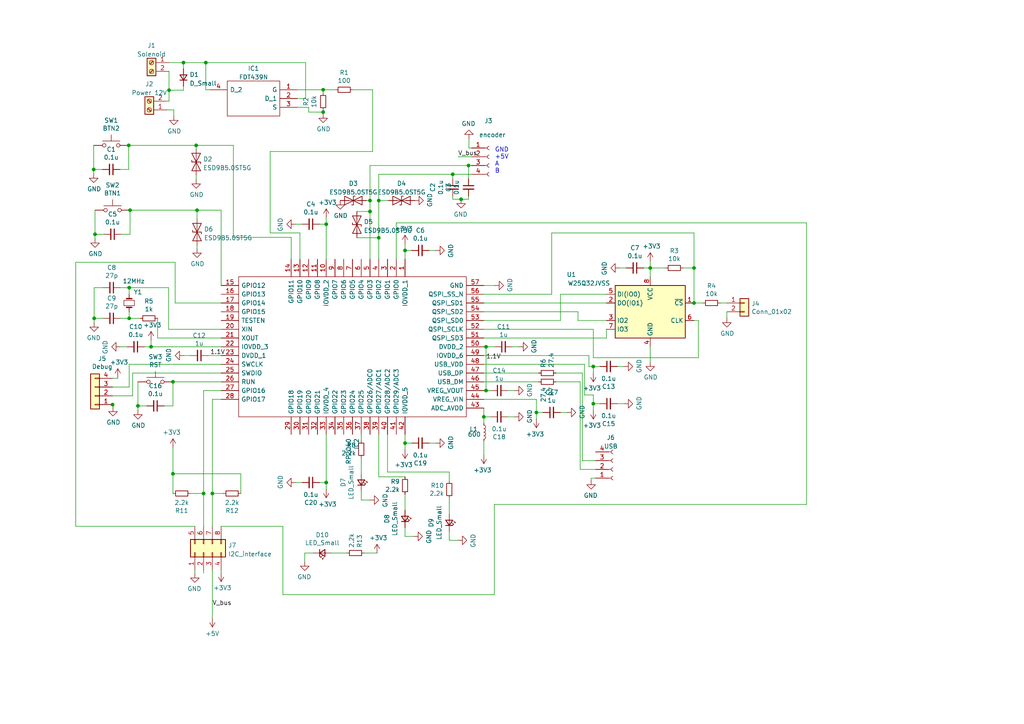
<source format=kicad_sch>
(kicad_sch (version 20211123) (generator eeschema)
  (paper "A4")
  (lib_symbols
    (symbol "Connector:Conn_01x04_Female" (pin_names (offset 1.016) hide)
      (property "Reference" "J" (at 0 5.08 0))
      (property "Value" "Conn_01x04_Female" (at 0 -7.62 0))
      (symbol "Conn_01x04_Female_1_1"
        (pin passive line (at -5.08 2.54 0) (length 3.81) (name "Pin_1") (number "1"))
        (pin passive line (at -5.08 0 0) (length 3.81) (name "Pin_2") (number "2"))
        (pin passive line (at -5.08 -2.54 0) (length 3.81) (name "Pin_3") (number "3"))
        (pin passive line (at -5.08 -5.08 0) (length 3.81) (name "Pin_4") (number "4"))
      )
    )
    (symbol "Connector:Screw_Terminal_01x02" (pin_names (offset 1.016) hide)
      (property "Reference" "J" (at 0 2.54 0))
      (property "Value" "Screw_Terminal_01x02" (at 0 -5.08 0))
      (symbol "Screw_Terminal_01x02_1_1"
        (pin passive line (at -5.08 0 0) (length 3.81) (name "Pin_1") (number "1"))
        (pin passive line (at -5.08 -2.54 0) (length 3.81) (name "Pin_2") (number "2"))
      )
    )
    (symbol "Connector_Generic:Conn_01x02" (pin_names (offset 1.016) hide)
      (property "Reference" "J" (at 0 2.54 0))
      (property "Value" "Conn_01x02" (at 0 -5.08 0))
      (symbol "Conn_01x02_1_1"
        (pin passive line (at -5.08 0 0) (length 3.81) (name "Pin_1") (number "1"))
        (pin passive line (at -5.08 -2.54 0) (length 3.81) (name "Pin_2") (number "2"))
      )
    )
    (symbol "Connector_Generic:Conn_01x04" (pin_names (offset 1.016) hide)
      (property "Reference" "J" (at 0 5.08 0))
      (property "Value" "Conn_01x04" (at 0 -7.62 0))
      (symbol "Conn_01x04_1_1"
        (pin passive line (at -5.08 2.54 0) (length 3.81) (name "Pin_1") (number "1"))
        (pin passive line (at -5.08 0 0) (length 3.81) (name "Pin_2") (number "2"))
        (pin passive line (at -5.08 -2.54 0) (length 3.81) (name "Pin_3") (number "3"))
        (pin passive line (at -5.08 -5.08 0) (length 3.81) (name "Pin_4") (number "4"))
      )
    )
    (symbol "Connector_Generic:Conn_02x04_Top_Bottom" (pin_names (offset 1.016) hide)
      (property "Reference" "J" (at 1.27 5.08 0))
      (property "Value" "Conn_02x04_Top_Bottom" (at 1.27 -7.62 0))
      (symbol "Conn_02x04_Top_Bottom_1_1"
        (pin passive line (at -5.08 2.54 0) (length 3.81) (name "Pin_1") (number "1"))
        (pin passive line (at -5.08 0 0) (length 3.81) (name "Pin_2") (number "2"))
        (pin passive line (at -5.08 -2.54 0) (length 3.81) (name "Pin_3") (number "3"))
        (pin passive line (at -5.08 -5.08 0) (length 3.81) (name "Pin_4") (number "4"))
        (pin passive line (at 7.62 2.54 180) (length 3.81) (name "Pin_5") (number "5"))
        (pin passive line (at 7.62 0 180) (length 3.81) (name "Pin_6") (number "6"))
        (pin passive line (at 7.62 -2.54 180) (length 3.81) (name "Pin_7") (number "7"))
        (pin passive line (at 7.62 -5.08 180) (length 3.81) (name "Pin_8") (number "8"))
      )
    )
    (symbol "Device:C_Small" (pin_numbers hide) (pin_names (offset 0.254) hide)
      (property "Reference" "C" (at 0.254 1.778 0))
      (property "Value" "C_Small" (at 0.254 -2.032 0))
      (symbol "C_Small_1_1"
        (pin passive line (at 0 2.54 270) (length 2.032) (name "~") (number "1"))
        (pin passive line (at 0 -2.54 90) (length 2.032) (name "~") (number "2"))
      )
    )
    (symbol "Device:Crystal_Small" (pin_numbers hide) (pin_names (offset 1.016) hide)
      (property "Reference" "Y" (at 0 2.54 0))
      (property "Value" "Crystal_Small" (at 0 -2.54 0))
      (symbol "Crystal_Small_1_1"
        (pin passive line (at -2.54 0 0) (length 1.27) (name "1") (number "1"))
        (pin passive line (at 2.54 0 180) (length 1.27) (name "2") (number "2"))
      )
    )
    (symbol "Device:D_Small" (pin_numbers hide) (pin_names (offset 0.254) hide)
      (property "Reference" "D" (at -1.27 2.032 0))
      (property "Value" "D_Small" (at -3.81 -2.032 0))
      (symbol "D_Small_1_1"
        (pin passive line (at -2.54 0 0) (length 1.778) (name "K") (number "1"))
        (pin passive line (at 2.54 0 180) (length 1.778) (name "A") (number "2"))
      )
    )
    (symbol "Device:LED_Small" (pin_numbers hide) (pin_names (offset 0.254) hide)
      (property "Reference" "D" (at -1.27 3.175 0))
      (property "Value" "LED_Small" (at -4.445 -2.54 0))
      (symbol "LED_Small_1_1"
        (pin passive line (at -2.54 0 0) (length 1.778) (name "K") (number "1"))
        (pin passive line (at 2.54 0 180) (length 1.778) (name "A") (number "2"))
      )
    )
    (symbol "Device:L_Small" (pin_numbers hide) (pin_names (offset 0.254) hide)
      (property "Reference" "L" (at 0.762 1.016 0))
      (property "Value" "L_Small" (at 0.762 -1.016 0))
      (symbol "L_Small_1_1"
        (pin passive line (at 0 2.54 270) (length 0.508) (name "~") (number "1"))
        (pin passive line (at 0 -2.54 90) (length 0.508) (name "~") (number "2"))
      )
    )
    (symbol "Device:R_Small" (pin_numbers hide) (pin_names (offset 0.254) hide)
      (property "Reference" "R" (at 0.762 0.508 0))
      (property "Value" "R_Small" (at 0.762 -1.016 0))
      (symbol "R_Small_1_1"
        (pin passive line (at 0 2.54 270) (length 0.762) (name "~") (number "1"))
        (pin passive line (at 0 -2.54 90) (length 0.762) (name "~") (number "2"))
      )
    )
    (symbol "Diode:ESD9B5.0ST5G" (pin_numbers hide) (pin_names (offset 1.016) hide)
      (property "Reference" "D" (at 0 2.54 0))
      (property "Value" "ESD9B5.0ST5G" (at 0 -2.54 0))
      (symbol "ESD9B5.0ST5G_1_1"
        (pin passive line (at -3.81 0 0) (length 2.54) (name "A1") (number "1"))
        (pin passive line (at 3.81 0 180) (length 2.54) (name "A2") (number "2"))
      )
    )
    (symbol "FDT439N:FDT439N" (pin_names (offset 0.762))
      (property "Reference" "IC" (at 21.59 7.62 0))
      (property "Value" "FDT439N" (at 21.59 5.08 0))
      (symbol "FDT439N_0_0"
        (pin passive line (at 0 0 0) (length 5.08) (name "G") (number "1"))
        (pin passive line (at 0 -2.54 0) (length 5.08) (name "D_1") (number "2"))
        (pin passive line (at 0 -5.08 0) (length 5.08) (name "S") (number "3"))
        (pin passive line (at 25.4 0 180) (length 5.08) (name "D_2") (number "4"))
      )
    )
    (symbol "Memory_Flash:W25Q32JVSS"
      (property "Reference" "U" (at -8.89 8.89 0))
      (property "Value" "W25Q32JVSS" (at 7.62 8.89 0))
      (symbol "W25Q32JVSS_1_1"
        (pin input line (at -12.7 2.54 0) (length 2.54) (name "~{CS}") (number "1"))
        (pin bidirectional line (at 12.7 2.54 180) (length 2.54) (name "DO(IO1)") (number "2"))
        (pin bidirectional line (at 12.7 -2.54 180) (length 2.54) (name "IO2") (number "3"))
        (pin power_in line (at 0 -10.16 90) (length 2.54) (name "GND") (number "4"))
        (pin bidirectional line (at 12.7 5.08 180) (length 2.54) (name "DI(IO0)") (number "5"))
        (pin input line (at -12.7 -2.54 0) (length 2.54) (name "CLK") (number "6"))
        (pin bidirectional line (at 12.7 -5.08 180) (length 2.54) (name "IO3") (number "7"))
        (pin power_in line (at 0 10.16 270) (length 2.54) (name "VCC") (number "8"))
      )
    )
    (symbol "Switch:SW_Push" (pin_numbers hide) (pin_names (offset 1.016) hide)
      (property "Reference" "SW" (at 1.27 2.54 0))
      (property "Value" "SW_Push" (at 0 -1.524 0))
      (symbol "SW_Push_0_1"
        (pin passive line (at -5.08 0 0) (length 2.54) (name "1") (number "1"))
        (pin passive line (at 5.08 0 180) (length 2.54) (name "2") (number "2"))
      )
    )
    (symbol "VNA-rescue:+3.3V-power" (power) (pin_names (offset 0))
      (property "Value" "+3.3V-power" (at 0 3.556 0))
      (symbol "+3.3V-power_1_1"
        (pin power_in line (at 0 0 90) (length 0) hide (name "+3V3") (number "1"))
      )
    )
    (symbol "VNA-rescue:RP2040-RP2040" (pin_names (offset 0.762))
      (property "Reference" "IC" (at 46.99 22.86 0))
      (property "Value" "RP2040-RP2040" (at 46.99 20.32 0))
      (symbol "RP2040-RP2040_0_0"
        (pin passive line (at 0 0 0) (length 5.08) (name "IOVDD_1") (number "1"))
        (pin passive line (at 0 -22.86 0) (length 5.08) (name "IOVDD_2") (number "10"))
        (pin passive line (at 0 -25.4 0) (length 5.08) (name "GPIO8") (number "11"))
        (pin passive line (at 0 -27.94 0) (length 5.08) (name "GPIO9") (number "12"))
        (pin passive line (at 0 -30.48 0) (length 5.08) (name "GPIO10") (number "13"))
        (pin passive line (at 0 -33.02 0) (length 5.08) (name "GPIO11") (number "14"))
        (pin passive line (at 7.62 -53.34 90) (length 5.08) (name "GPIO12") (number "15"))
        (pin passive line (at 10.16 -53.34 90) (length 5.08) (name "GPIO13") (number "16"))
        (pin passive line (at 12.7 -53.34 90) (length 5.08) (name "GPIO14") (number "17"))
        (pin passive line (at 15.24 -53.34 90) (length 5.08) (name "GPIO15") (number "18"))
        (pin passive line (at 17.78 -53.34 90) (length 5.08) (name "TESTEN") (number "19"))
        (pin passive line (at 0 -2.54 0) (length 5.08) (name "GPIO0") (number "2"))
        (pin passive line (at 20.32 -53.34 90) (length 5.08) (name "XIN") (number "20"))
        (pin passive line (at 22.86 -53.34 90) (length 5.08) (name "XOUT") (number "21"))
        (pin passive line (at 25.4 -53.34 90) (length 5.08) (name "IOVDD_3") (number "22"))
        (pin passive line (at 27.94 -53.34 90) (length 5.08) (name "DVDD_1") (number "23"))
        (pin passive line (at 30.48 -53.34 90) (length 5.08) (name "SWCLK") (number "24"))
        (pin passive line (at 33.02 -53.34 90) (length 5.08) (name "SWDIO") (number "25"))
        (pin passive line (at 35.56 -53.34 90) (length 5.08) (name "RUN") (number "26"))
        (pin passive line (at 38.1 -53.34 90) (length 5.08) (name "GPIO16") (number "27"))
        (pin passive line (at 40.64 -53.34 90) (length 5.08) (name "GPIO17") (number "28"))
        (pin passive line (at 50.8 -33.02 180) (length 5.08) (name "GPIO18") (number "29"))
        (pin passive line (at 0 -5.08 0) (length 5.08) (name "GPIO1") (number "3"))
        (pin passive line (at 50.8 -30.48 180) (length 5.08) (name "GPIO19") (number "30"))
        (pin passive line (at 50.8 -27.94 180) (length 5.08) (name "GPIO20") (number "31"))
        (pin passive line (at 50.8 -25.4 180) (length 5.08) (name "GPIO21") (number "32"))
        (pin passive line (at 50.8 -22.86 180) (length 5.08) (name "IOVDD_4") (number "33"))
        (pin passive line (at 50.8 -20.32 180) (length 5.08) (name "GPIO22") (number "34"))
        (pin passive line (at 50.8 -17.78 180) (length 5.08) (name "GPIO23") (number "35"))
        (pin passive line (at 50.8 -15.24 180) (length 5.08) (name "GPIO24") (number "36"))
        (pin passive line (at 50.8 -12.7 180) (length 5.08) (name "GPIO25") (number "37"))
        (pin passive line (at 50.8 -10.16 180) (length 5.08) (name "GPIO26/ADC0") (number "38"))
        (pin passive line (at 50.8 -7.62 180) (length 5.08) (name "GPIO27/ADC1") (number "39"))
        (pin passive line (at 0 -7.62 0) (length 5.08) (name "GPIO2") (number "4"))
        (pin passive line (at 50.8 -5.08 180) (length 5.08) (name "GPIO28/ADC2") (number "40"))
        (pin passive line (at 50.8 -2.54 180) (length 5.08) (name "GPIO29/ADC3") (number "41"))
        (pin passive line (at 50.8 0 180) (length 5.08) (name "IOVDD_5") (number "42"))
        (pin passive line (at 43.18 22.86 270) (length 5.08) (name "ADC_AVDD") (number "43"))
        (pin passive line (at 40.64 22.86 270) (length 5.08) (name "VREG_VIN") (number "44"))
        (pin passive line (at 38.1 22.86 270) (length 5.08) (name "VREG_VOUT") (number "45"))
        (pin passive line (at 35.56 22.86 270) (length 5.08) (name "USB_DM") (number "46"))
        (pin passive line (at 33.02 22.86 270) (length 5.08) (name "USB_DP") (number "47"))
        (pin passive line (at 30.48 22.86 270) (length 5.08) (name "USB_VDD") (number "48"))
        (pin passive line (at 27.94 22.86 270) (length 5.08) (name "IOVDD_6") (number "49"))
        (pin passive line (at 0 -10.16 0) (length 5.08) (name "GPIO3") (number "5"))
        (pin passive line (at 25.4 22.86 270) (length 5.08) (name "DVDD_2") (number "50"))
        (pin passive line (at 22.86 22.86 270) (length 5.08) (name "QSPI_SD3") (number "51"))
        (pin passive line (at 20.32 22.86 270) (length 5.08) (name "QSPI_SCLK") (number "52"))
        (pin passive line (at 17.78 22.86 270) (length 5.08) (name "QSPI_SD0") (number "53"))
        (pin passive line (at 15.24 22.86 270) (length 5.08) (name "QSPI_SD2") (number "54"))
        (pin passive line (at 12.7 22.86 270) (length 5.08) (name "QSPI_SD1") (number "55"))
        (pin passive line (at 10.16 22.86 270) (length 5.08) (name "QSPI_SS_N") (number "56"))
        (pin passive line (at 7.62 22.86 270) (length 5.08) (name "GND") (number "57"))
        (pin passive line (at 0 -12.7 0) (length 5.08) (name "GPIO4") (number "6"))
        (pin passive line (at 0 -15.24 0) (length 5.08) (name "GPIO5") (number "7"))
        (pin passive line (at 0 -17.78 0) (length 5.08) (name "GPIO6") (number "8"))
        (pin passive line (at 0 -20.32 0) (length 5.08) (name "GPIO7") (number "9"))
      )
    )
    (symbol "power:+5V" (power) (pin_names (offset 0))
      (property "Value" "+5V" (at 0 3.556 0))
      (symbol "+5V_1_1"
        (pin power_in line (at 0 0 90) (length 0) hide (name "+5V") (number "1"))
      )
    )
    (symbol "power:GND" (power) (pin_names (offset 0))
      (property "Value" "GND" (at 0 -3.81 0))
      (symbol "GND_1_1"
        (pin power_in line (at 0 0 270) (length 0) hide (name "GND") (number "1"))
      )
    )
  )
  (junction (at 50.165 137.414))
  (junction (at 117.475 128.524))
  (junction (at 49.022 26.162))
  (junction (at 107.315 58.166))
  (junction (at 107.315 61.341))
  (junction (at 59.69 18.161))
  (junction (at 37.338 42.164))
  (junction (at 27.305 92.329))
  (junction (at 37.719 60.96))
  (junction (at 117.475 72.644))
  (junction (at 27.559 67.945))
  (junction (at 93.726 32.512))
  (junction (at 172.085 117.094))
  (junction (at 133.731 57.785))
  (junction (at 40.005 117.729))
  (junction (at 37.465 83.439))
  (junction (at 61.595 143.129))
  (junction (at 53.213 18.161))
  (junction (at 109.855 68.961))
  (junction (at 109.855 58.166))
  (junction (at 57.15 60.96))
  (junction (at 140.97 113.284))
  (junction (at 32.639 117.348))
  (junction (at 94.615 65.024))
  (junction (at 50.165 110.744))
  (junction (at 59.055 143.129))
  (junction (at 172.085 106.299))
  (junction (at 135.89 48.006))
  (junction (at 155.575 119.634))
  (junction (at 188.595 77.724))
  (junction (at 201.295 77.724))
  (junction (at 37.465 92.329))
  (junction (at 201.295 87.884))
  (junction (at 131.318 50.546))
  (junction (at 93.726 26.035))
  (junction (at 140.97 100.584))
  (junction (at 94.615 139.954))
  (junction (at 56.896 42.164))
  (junction (at 27.178 49.149))
  (junction (at 43.815 100.584))
  (junction (at 140.335 120.904))
  (wire (pts (xy 210.82 87.884) (xy 208.915 87.884)))
  (wire (pts (xy 106.299 58.166) (xy 107.315 58.166)))
  (wire (pts (xy 34.798 49.149) (xy 37.338 49.149)))
  (wire (pts (xy 78.359 67.564) (xy 78.359 43.942)))
  (wire (pts (xy 109.855 58.166) (xy 109.855 68.961)))
  (wire (pts (xy 107.315 145.034) (xy 104.775 145.034)))
  (wire (pts (xy 82.042 152.654) (xy 64.135 152.654)))
  (wire (pts (xy 64.135 82.804) (xy 64.135 60.96)))
  (wire (pts (xy 48.895 83.439) (xy 37.465 83.439)))
  (wire (pts (xy 170.815 103.124) (xy 140.335 103.124)))
  (wire (pts (xy 94.615 141.859) (xy 94.615 139.954)))
  (wire (pts (xy 104.775 137.414) (xy 104.775 132.842)))
  (wire (pts (xy 140.335 98.044) (xy 175.895 98.044)))
  (wire (pts (xy 88.392 160.401) (xy 90.932 160.401)))
  (wire (pts (xy 131.318 50.546) (xy 136.779 50.546)))
  (wire (pts (xy 50.419 33.655) (xy 50.419 31.877)))
  (wire (pts (xy 27.559 60.96) (xy 27.559 67.945)))
  (wire (pts (xy 59.055 165.354) (xy 59.055 166.243)))
  (wire (pts (xy 94.615 65.024) (xy 94.615 75.184)))
  (wire (pts (xy 61.595 115.824) (xy 64.135 115.824)))
  (wire (pts (xy 135.89 56.896) (xy 135.89 57.785)))
  (wire (pts (xy 78.359 43.942) (xy 108.077 43.942)))
  (wire (pts (xy 168.91 133.604) (xy 168.91 108.204)))
  (wire (pts (xy 135.89 48.006) (xy 136.779 48.006)))
  (wire (pts (xy 32.766 117.348) (xy 32.639 117.348)))
  (wire (pts (xy 50.165 137.414) (xy 50.165 129.794)))
  (wire (pts (xy 50.165 143.129) (xy 50.165 137.414)))
  (wire (pts (xy 50.419 31.877) (xy 48.387 31.877)))
  (wire (pts (xy 64.77 143.129) (xy 61.595 143.129)))
  (wire (pts (xy 102.362 26.035) (xy 108.077 26.035)))
  (wire (pts (xy 84.455 68.834) (xy 84.455 75.184)))
  (wire (pts (xy 107.315 75.184) (xy 107.315 61.341)))
  (wire (pts (xy 53.213 26.162) (xy 53.213 25.019)))
  (wire (pts (xy 37.465 85.344) (xy 37.465 83.439)))
  (wire (pts (xy 136.017 40.259) (xy 136.017 42.926)))
  (wire (pts (xy 21.971 76.073) (xy 21.971 152.654)))
  (wire (pts (xy 160.02 85.344) (xy 140.335 85.344)))
  (wire (pts (xy 69.85 143.129) (xy 69.85 137.414)))
  (wire (pts (xy 89.535 32.512) (xy 93.726 32.512)))
  (wire (pts (xy 170.815 106.299) (xy 170.815 103.124)))
  (wire (pts (xy 37.465 92.329) (xy 37.465 90.424)))
  (wire (pts (xy 64.135 87.884) (xy 50.8 87.884)))
  (wire (pts (xy 172.72 136.144) (xy 168.275 136.144)))
  (wire (pts (xy 160.02 67.564) (xy 160.02 85.344)))
  (wire (pts (xy 49.022 18.161) (xy 53.213 18.161)))
  (wire (pts (xy 88.646 18.161) (xy 59.69 18.161)))
  (wire (pts (xy 124.46 72.644) (xy 126.365 72.644)))
  (wire (pts (xy 89.535 31.115) (xy 89.535 32.512)))
  (wire (pts (xy 168.91 108.204) (xy 161.29 108.204)))
  (wire (pts (xy 59.055 113.284) (xy 59.055 143.129)))
  (wire (pts (xy 140.97 113.284) (xy 140.97 100.584)))
  (wire (pts (xy 56.896 42.164) (xy 56.896 43.18)))
  (wire (pts (xy 50.8 76.073) (xy 21.971 76.073)))
  (wire (pts (xy 57.15 71.12) (xy 57.15 72.136)))
  (wire (pts (xy 37.719 67.945) (xy 37.719 60.96)))
  (wire (pts (xy 203.835 87.884) (xy 201.295 87.884)))
  (wire (pts (xy 117.475 72.644) (xy 117.475 75.184)))
  (wire (pts (xy 82.042 172.466) (xy 82.042 152.654)))
  (wire (pts (xy 172.085 118.999) (xy 172.085 117.094)))
  (wire (pts (xy 50.8 87.884) (xy 50.8 76.073)))
  (wire (pts (xy 140.335 127.889) (xy 140.335 131.953)))
  (wire (pts (xy 157.48 119.634) (xy 155.575 119.634)))
  (wire (pts (xy 94.615 63.119) (xy 94.615 65.024)))
  (wire (pts (xy 34.163 109.728) (xy 32.639 109.728)))
  (wire (pts (xy 155.575 121.539) (xy 155.575 119.634)))
  (wire (pts (xy 64.135 165.354) (xy 64.135 166.116)))
  (wire (pts (xy 188.595 77.724) (xy 188.595 80.264)))
  (wire (pts (xy 117.475 155.575) (xy 117.475 153.035)))
  (wire (pts (xy 156.21 110.744) (xy 140.335 110.744)))
  (wire (pts (xy 188.595 105.029) (xy 188.595 100.584)))
  (wire (pts (xy 64.135 103.124) (xy 60.325 103.124)))
  (wire (pts (xy 40.005 110.744) (xy 40.005 117.729)))
  (wire (pts (xy 114.935 75.184) (xy 114.935 64.643)))
  (wire (pts (xy 48.895 95.504) (xy 48.895 83.439)))
  (wire (pts (xy 86.233 31.115) (xy 89.535 31.115)))
  (wire (pts (xy 93.726 26.035) (xy 93.726 26.924)))
  (wire (pts (xy 45.72 92.329) (xy 45.72 98.044)))
  (wire (pts (xy 143.383 146.304) (xy 143.383 172.466)))
  (wire (pts (xy 140.335 90.424) (xy 167.64 90.424)))
  (wire (pts (xy 27.305 83.439) (xy 29.845 83.439)))
  (wire (pts (xy 40.005 118.999) (xy 40.005 117.729)))
  (wire (pts (xy 135.89 48.006) (xy 135.89 51.816)))
  (wire (pts (xy 131.318 50.546) (xy 131.318 51.816)))
  (wire (pts (xy 202.565 103.759) (xy 202.565 92.964)))
  (wire (pts (xy 36.83 100.584) (xy 34.925 100.584)))
  (wire (pts (xy 109.855 50.546) (xy 131.318 50.546)))
  (wire (pts (xy 198.12 77.724) (xy 201.295 77.724)))
  (wire (pts (xy 34.925 92.329) (xy 37.465 92.329)))
  (wire (pts (xy 38.481 108.204) (xy 38.481 114.808)))
  (wire (pts (xy 117.475 70.739) (xy 117.475 72.644)))
  (wire (pts (xy 117.475 128.524) (xy 117.475 125.984)))
  (wire (pts (xy 131.318 57.785) (xy 131.318 56.896)))
  (wire (pts (xy 27.305 93.599) (xy 27.305 92.329)))
  (wire (pts (xy 57.15 60.96) (xy 57.15 63.5)))
  (wire (pts (xy 173.99 117.094) (xy 172.085 117.094)))
  (wire (pts (xy 109.855 50.546) (xy 109.855 58.166)))
  (wire (pts (xy 172.72 133.604) (xy 168.91 133.604)))
  (wire (pts (xy 133.731 57.785) (xy 131.318 57.785)))
  (wire (pts (xy 171.45 139.319) (xy 171.45 138.684)))
  (wire (pts (xy 94.615 125.984) (xy 94.615 139.954)))
  (wire (pts (xy 61.595 115.824) (xy 61.595 143.129)))
  (wire (pts (xy 45.72 98.044) (xy 64.135 98.044)))
  (wire (pts (xy 169.545 114.554) (xy 169.545 105.664)))
  (wire (pts (xy 37.465 83.439) (xy 34.925 83.439)))
  (wire (pts (xy 140.335 95.504) (xy 172.085 95.504)))
  (wire (pts (xy 179.07 106.299) (xy 180.975 106.299)))
  (wire (pts (xy 193.04 77.724) (xy 188.595 77.724)))
  (wire (pts (xy 32.766 118.11) (xy 32.766 117.348)))
  (wire (pts (xy 37.719 60.96) (xy 57.15 60.96)))
  (wire (pts (xy 112.395 136.906) (xy 112.395 125.984)))
  (wire (pts (xy 59.055 143.129) (xy 59.055 152.654)))
  (wire (pts (xy 130.302 136.906) (xy 112.395 136.906)))
  (wire (pts (xy 59.055 113.284) (xy 64.135 113.284)))
  (wire (pts (xy 173.99 106.299) (xy 172.085 106.299)))
  (wire (pts (xy 168.275 136.144) (xy 168.275 110.744)))
  (wire (pts (xy 103.505 61.341) (xy 107.315 61.341)))
  (wire (pts (xy 140.335 122.809) (xy 140.335 120.904)))
  (wire (pts (xy 27.178 49.149) (xy 29.718 49.149)))
  (wire (pts (xy 59.69 18.161) (xy 59.69 26.035)))
  (wire (pts (xy 64.135 108.204) (xy 38.481 108.204)))
  (wire (pts (xy 53.213 18.161) (xy 53.213 19.939)))
  (wire (pts (xy 155.575 115.824) (xy 155.575 119.634)))
  (wire (pts (xy 61.595 143.129) (xy 61.595 152.654)))
  (wire (pts (xy 38.481 114.808) (xy 32.639 114.808)))
  (wire (pts (xy 147.32 120.904) (xy 149.225 120.904)))
  (wire (pts (xy 104.775 145.034) (xy 104.775 142.494)))
  (wire (pts (xy 120.015 155.575) (xy 117.475 155.575)))
  (wire (pts (xy 201.295 67.564) (xy 160.02 67.564)))
  (wire (pts (xy 27.178 42.164) (xy 27.178 49.149)))
  (wire (pts (xy 169.545 105.664) (xy 140.335 105.664)))
  (wire (pts (xy 172.085 95.504) (xy 172.085 103.759)))
  (wire (pts (xy 35.179 67.945) (xy 37.719 67.945)))
  (wire (pts (xy 34.163 109.474) (xy 34.163 109.728)))
  (wire (pts (xy 32.639 112.268) (xy 37.465 112.268)))
  (wire (pts (xy 92.71 65.024) (xy 94.615 65.024)))
  (wire (pts (xy 64.135 110.744) (xy 50.165 110.744)))
  (wire (pts (xy 48.387 29.337) (xy 49.022 29.337)))
  (wire (pts (xy 162.56 92.964) (xy 162.56 85.344)))
  (wire (pts (xy 109.855 138.303) (xy 109.855 125.984)))
  (wire (pts (xy 167.64 92.964) (xy 175.895 92.964)))
  (wire (pts (xy 140.335 120.904) (xy 140.335 118.364)))
  (wire (pts (xy 140.335 108.204) (xy 156.21 108.204)))
  (wire (pts (xy 202.565 92.964) (xy 201.295 92.964)))
  (wire (pts (xy 47.625 117.729) (xy 50.165 117.729)))
  (wire (pts (xy 67.691 42.164) (xy 67.691 68.834)))
  (wire (pts (xy 143.51 82.804) (xy 140.335 82.804)))
  (wire (pts (xy 172.085 108.204) (xy 172.085 106.299)))
  (wire (pts (xy 37.465 112.268) (xy 37.465 105.664)))
  (wire (pts (xy 136.017 42.926) (xy 136.779 42.926)))
  (wire (pts (xy 55.245 103.124) (xy 53.34 103.124)))
  (wire (pts (xy 132.842 45.466) (xy 136.779 45.466)))
  (wire (pts (xy 27.559 69.215) (xy 27.559 67.945)))
  (wire (pts (xy 50.165 117.729) (xy 50.165 110.744)))
  (wire (pts (xy 93.726 32.512) (xy 93.726 33.02)))
  (wire (pts (xy 108.077 26.035) (xy 108.077 43.942)))
  (wire (pts (xy 167.64 90.424) (xy 167.64 92.964)))
  (wire (pts (xy 107.315 61.341) (xy 107.315 58.166)))
  (wire (pts (xy 171.45 138.684) (xy 172.72 138.684)))
  (wire (pts (xy 29.845 92.329) (xy 27.305 92.329)))
  (wire (pts (xy 41.91 100.584) (xy 43.815 100.584)))
  (wire (pts (xy 117.475 72.644) (xy 119.38 72.644)))
  (wire (pts (xy 168.275 110.744) (xy 161.29 110.744)))
  (wire (pts (xy 124.46 128.524) (xy 126.365 128.524)))
  (wire (pts (xy 181.61 77.724) (xy 179.705 77.724)))
  (wire (pts (xy 142.24 120.904) (xy 140.335 120.904)))
  (wire (pts (xy 188.595 75.819) (xy 188.595 77.724)))
  (wire (pts (xy 61.595 165.354) (xy 61.595 179.324)))
  (wire (pts (xy 49.022 29.337) (xy 49.022 26.162)))
  (wire (pts (xy 117.475 138.303) (xy 109.855 138.303)))
  (wire (pts (xy 86.995 67.564) (xy 78.359 67.564)))
  (wire (pts (xy 104.775 125.984) (xy 104.775 127.762)))
  (wire (pts (xy 56.896 50.8) (xy 56.896 52.07)))
  (wire (pts (xy 130.302 139.446) (xy 130.302 136.906)))
  (wire (pts (xy 37.465 105.664) (xy 64.135 105.664)))
  (wire (pts (xy 233.934 64.643) (xy 233.934 146.304)))
  (wire (pts (xy 233.934 146.304) (xy 143.383 146.304)))
  (wire (pts (xy 69.85 137.414) (xy 50.165 137.414)))
  (wire (pts (xy 109.855 58.166) (xy 112.649 58.166)))
  (wire (pts (xy 27.178 50.419) (xy 27.178 49.149)))
  (wire (pts (xy 142.24 113.284) (xy 140.97 113.284)))
  (wire (pts (xy 114.935 64.643) (xy 233.934 64.643)))
  (wire (pts (xy 172.085 103.759) (xy 202.565 103.759)))
  (wire (pts (xy 92.71 139.954) (xy 94.615 139.954)))
  (wire (pts (xy 179.07 117.094) (xy 180.975 117.094)))
  (wire (pts (xy 201.295 87.884) (xy 201.295 77.724)))
  (wire (pts (xy 135.89 57.785) (xy 133.731 57.785)))
  (wire (pts (xy 107.315 58.166) (xy 107.315 48.006)))
  (wire (pts (xy 132.842 156.718) (xy 130.302 156.718)))
  (wire (pts (xy 107.315 48.006) (xy 135.89 48.006)))
  (wire (pts (xy 87.63 139.954) (xy 85.725 139.954)))
  (wire (pts (xy 143.383 172.466) (xy 82.042 172.466)))
  (wire (pts (xy 143.51 100.584) (xy 140.97 100.584)))
  (wire (pts (xy 172.085 117.094) (xy 172.085 114.554)))
  (wire (pts (xy 88.392 162.941) (xy 88.392 160.401)))
  (wire (pts (xy 43.815 98.679) (xy 43.815 100.584)))
  (wire (pts (xy 155.575 115.824) (xy 140.335 115.824)))
  (wire (pts (xy 86.233 26.035) (xy 93.726 26.035)))
  (wire (pts (xy 162.56 85.344) (xy 175.895 85.344)))
  (wire (pts (xy 57.15 60.96) (xy 64.135 60.96)))
  (wire (pts (xy 67.691 68.834) (xy 84.455 68.834)))
  (wire (pts (xy 40.64 92.329) (xy 37.465 92.329)))
  (wire (pts (xy 210.82 92.329) (xy 210.82 90.424)))
  (wire (pts (xy 49.022 26.162) (xy 53.213 26.162)))
  (wire (pts (xy 86.995 75.184) (xy 86.995 67.564)))
  (wire (pts (xy 59.69 26.035) (xy 60.833 26.035)))
  (wire (pts (xy 88.646 28.575) (xy 88.646 18.161)))
  (wire (pts (xy 103.505 68.961) (xy 109.855 68.961)))
  (wire (pts (xy 117.475 130.429) (xy 117.475 128.524)))
  (wire (pts (xy 43.815 100.584) (xy 64.135 100.584)))
  (wire (pts (xy 109.855 68.961) (xy 109.855 75.184)))
  (wire (pts (xy 53.213 18.161) (xy 59.69 18.161)))
  (wire (pts (xy 27.305 92.329) (xy 27.305 83.439)))
  (wire (pts (xy 37.338 49.149) (xy 37.338 42.164)))
  (wire (pts (xy 148.59 100.584) (xy 150.495 100.584)))
  (wire (pts (xy 140.335 87.884) (xy 175.895 87.884)))
  (wire (pts (xy 56.896 42.164) (xy 67.691 42.164)))
  (wire (pts (xy 186.69 77.724) (xy 188.595 77.724)))
  (wire (pts (xy 140.335 92.964) (xy 162.56 92.964)))
  (wire (pts (xy 175.895 98.044) (xy 175.895 95.504)))
  (wire (pts (xy 130.302 156.718) (xy 130.302 154.178)))
  (wire (pts (xy 172.085 114.554) (xy 169.545 114.554)))
  (wire (pts (xy 27.559 67.945) (xy 30.099 67.945)))
  (wire (pts (xy 37.338 42.164) (xy 56.896 42.164)))
  (wire (pts (xy 172.085 106.299) (xy 170.815 106.299)))
  (wire (pts (xy 140.97 113.284) (xy 140.335 113.284)))
  (wire (pts (xy 140.97 100.584) (xy 140.335 100.584)))
  (wire (pts (xy 162.56 119.634) (xy 164.465 119.634)))
  (wire (pts (xy 56.515 165.354) (xy 56.515 166.37)))
  (wire (pts (xy 93.726 26.035) (xy 97.282 26.035)))
  (wire (pts (xy 86.233 28.575) (xy 88.646 28.575)))
  (wire (pts (xy 40.005 117.729) (xy 42.545 117.729)))
  (wire (pts (xy 130.302 149.098) (xy 130.302 144.526)))
  (wire (pts (xy 201.295 77.724) (xy 201.295 67.564)))
  (wire (pts (xy 93.726 32.004) (xy 93.726 32.512)))
  (wire (pts (xy 87.63 65.024) (xy 85.725 65.024)))
  (wire (pts (xy 64.135 95.504) (xy 48.895 95.504)))
  (wire (pts (xy 105.664 160.401) (xy 109.347 160.401)))
  (wire (pts (xy 49.022 20.701) (xy 49.022 26.162)))
  (wire (pts (xy 21.971 152.654) (xy 56.515 152.654)))
  (wire (pts (xy 96.012 160.401) (xy 100.584 160.401)))
  (wire (pts (xy 119.38 128.524) (xy 117.475 128.524)))
  (wire (pts (xy 147.32 113.284) (xy 149.225 113.284)))
  (wire (pts (xy 55.245 143.129) (xy 59.055 143.129)))
  (wire (pts (xy 117.475 147.955) (xy 117.475 143.383)))
  (text "GND\n+5V\nA\nB" (at 143.51 50.419 0) (effects (font (size 1.27 1.27)) (justify left bottom)))
  (label "V_bus" (at 61.595 175.895 0))
  (label "1.1V" (at 140.97 104.394 0))
  (label "1.1V" (at 60.96 103.124 0))
  (label "V_bus" (at 132.842 45.466 0))
  (symbol (lib_id "VNA-rescue:RP2040-RP2040") (at 117.475 75.184 270) (unit 1)
    (property "Reference" "IC2" (at 103.4034 127.1016 0) (effects (justify left)))
    (property "Value" "RP2040" (at 101.092 127.1016 0) (effects (justify left)))
    (property "Footprint" "RP2040:QFN40P700X700X90-57N-D" (effects hide))
    (property "Datasheet" "https://datasheets.raspberrypi.org/rp2040/rp2040-datasheet.pdf" (effects hide))
    (property "Description" "Microcontroller in QFN Package" (effects hide))
    (property "Height" "0.9" (effects hide))
    (property "Manufacturer_Name" "RASPBERRY-PI" (effects hide))
    (property "Manufacturer_Part_Number" "RP2040" (effects hide))
  )
  (symbol (lib_id "Device:R_Small") (at 158.75 110.744 270) (unit 1)
    (property "Reference" "R7" (at 159.9184 112.2426 0) (effects (justify left)))
    (property "Value" "27.4" (at 157.607 112.2426 0) (effects (justify left)))
    (property "Footprint" "Resistor_SMD:R_0805_2012Metric_Pad1.20x1.40mm_HandSolder" (effects hide))
  )
  (symbol (lib_id "Device:R_Small") (at 158.75 108.204 90) (unit 1)
    (property "Reference" "R6" (at 157.5816 106.7054 0) (effects (justify left)))
    (property "Value" "27.4" (at 159.893 106.7054 0) (effects (justify left)))
    (property "Footprint" "Resistor_SMD:R_0805_2012Metric_Pad1.20x1.40mm_HandSolder" (effects hide))
  )
  (symbol (lib_id "Memory_Flash:W25Q32JVSS") (at 188.595 90.424 0) (mirror y) (unit 1)
    (property "Reference" "U1" (at 165.735 79.629 0))
    (property "Value" "W25Q32JVSS" (at 170.815 82.169 0))
    (property "Footprint" "Package_SO:SOP-8_5.28x5.23mm_P1.27mm" (effects hide))
    (property "Datasheet" "http://www.winbond.com/resource-files/w25q32jv%20revg%2003272018%20plus.pdf" (effects hide))
  )
  (symbol (lib_id "Device:R_Small") (at 195.58 77.724 270) (unit 1)
    (property "Reference" "R3" (at 195.58 72.7456 90))
    (property "Value" "10k" (at 195.58 75.057 90))
    (property "Footprint" "Resistor_SMD:R_0805_2012Metric_Pad1.20x1.40mm_HandSolder" (effects hide))
  )
  (symbol (lib_id "Device:R_Small") (at 206.375 87.884 270) (unit 1)
    (property "Reference" "R4" (at 206.375 82.9056 90))
    (property "Value" "10k" (at 206.375 85.217 90))
    (property "Footprint" "Resistor_SMD:R_0805_2012Metric_Pad1.20x1.40mm_HandSolder" (effects hide))
  )
  (symbol (lib_id "Connector_Generic:Conn_01x02") (at 215.9 87.884 0) (unit 1)
    (property "Reference" "J4" (at 217.932 88.0872 0) (effects (justify left)))
    (property "Value" "Conn_01x02" (at 217.932 90.3986 0) (effects (justify left)))
    (property "Footprint" "Button_Switch_SMD:SW_SPST_B3S-1000" (effects hide))
  )
  (symbol (lib_id "power:GND") (at 210.82 92.329 0) (unit 1)
    (property "Reference" "#PWR018" (effects hide))
    (property "Value" "GND" (at 210.947 96.7232 0))
  )
  (symbol (lib_id "power:GND") (at 188.595 105.029 0) (unit 1)
    (property "Reference" "#PWR024" (effects hide))
    (property "Value" "GND" (at 188.722 109.4232 0))
  )
  (symbol (lib_id "power:GND") (at 179.705 77.724 270) (unit 1)
    (property "Reference" "#PWR016" (effects hide))
    (property "Value" "GND" (at 175.3108 77.851 0))
  )
  (symbol (lib_id "Device:C_Small") (at 184.15 77.724 270) (unit 1)
    (property "Reference" "C7" (at 184.15 71.9074 90))
    (property "Value" "0.1u" (at 184.15 74.2188 90))
    (property "Footprint" "Capacitor_SMD:C_0805_2012Metric_Pad1.18x1.45mm_HandSolder" (effects hide))
  )
  (symbol (lib_id "VNA-rescue:+3.3V-power") (at 188.595 75.819 0) (unit 1)
    (property "Reference" "#PWR015" (effects hide))
    (property "Value" "+3.3V" (at 188.976 71.4248 0))
  )
  (symbol (lib_id "power:GND") (at 85.725 65.024 270) (unit 1)
    (property "Reference" "#PWR010" (effects hide))
    (property "Value" "GND" (at 81.3308 65.151 0))
  )
  (symbol (lib_id "Device:C_Small") (at 90.17 65.024 270) (unit 1)
    (property "Reference" "C4" (at 90.17 59.2074 90))
    (property "Value" "0.1u" (at 90.17 61.5188 90))
    (property "Footprint" "Capacitor_SMD:C_0805_2012Metric_Pad1.18x1.45mm_HandSolder" (effects hide))
  )
  (symbol (lib_id "VNA-rescue:+3.3V-power") (at 94.615 63.119 0) (unit 1)
    (property "Reference" "#PWR09" (effects hide))
    (property "Value" "+3.3V" (at 94.996 58.7248 0))
  )
  (symbol (lib_id "power:GND") (at 126.365 72.644 90) (mirror x) (unit 1)
    (property "Reference" "#PWR014" (effects hide))
    (property "Value" "GND" (at 130.7592 72.771 0))
  )
  (symbol (lib_id "Device:C_Small") (at 121.92 72.644 90) (mirror x) (unit 1)
    (property "Reference" "C6" (at 121.92 66.8274 90))
    (property "Value" "0.1u" (at 121.92 69.1388 90))
    (property "Footprint" "Capacitor_SMD:C_0805_2012Metric_Pad1.18x1.45mm_HandSolder" (effects hide))
  )
  (symbol (lib_id "VNA-rescue:+3.3V-power") (at 117.475 70.739 0) (mirror y) (unit 1)
    (property "Reference" "#PWR012" (effects hide))
    (property "Value" "+3.3V" (at 117.094 66.3448 0))
  )
  (symbol (lib_id "power:GND") (at 34.925 100.584 270) (unit 1)
    (property "Reference" "#PWR021" (effects hide))
    (property "Value" "GND" (at 30.5308 100.711 0))
  )
  (symbol (lib_id "Device:C_Small") (at 39.37 100.584 270) (unit 1)
    (property "Reference" "C10" (at 39.37 94.7674 90))
    (property "Value" "0.1u" (at 39.37 97.0788 90))
    (property "Footprint" "Capacitor_SMD:C_0805_2012Metric_Pad1.18x1.45mm_HandSolder" (effects hide))
  )
  (symbol (lib_id "VNA-rescue:+3.3V-power") (at 43.815 98.679 0) (unit 1)
    (property "Reference" "#PWR020" (effects hide))
    (property "Value" "+3.3V" (at 44.196 94.2848 0))
  )
  (symbol (lib_id "power:GND") (at 85.725 139.954 270) (mirror x) (unit 1)
    (property "Reference" "#PWR040" (effects hide))
    (property "Value" "GND" (at 81.3308 139.827 0))
  )
  (symbol (lib_id "Device:C_Small") (at 90.17 139.954 270) (mirror x) (unit 1)
    (property "Reference" "C20" (at 90.17 145.7706 90))
    (property "Value" "0.1u" (at 90.17 143.4592 90))
    (property "Footprint" "Capacitor_SMD:C_0805_2012Metric_Pad1.18x1.45mm_HandSolder" (effects hide))
  )
  (symbol (lib_id "VNA-rescue:+3.3V-power") (at 94.615 141.859 0) (mirror x) (unit 1)
    (property "Reference" "#PWR041" (effects hide))
    (property "Value" "+3.3V" (at 94.996 146.2532 0))
  )
  (symbol (lib_id "power:GND") (at 126.365 128.524 90) (unit 1)
    (property "Reference" "#PWR036" (effects hide))
    (property "Value" "GND" (at 130.7592 128.397 0))
  )
  (symbol (lib_id "Device:C_Small") (at 121.92 128.524 90) (unit 1)
    (property "Reference" "C19" (at 121.92 134.3406 90))
    (property "Value" "0.1u" (at 121.92 132.0292 90))
    (property "Footprint" "Capacitor_SMD:C_0805_2012Metric_Pad1.18x1.45mm_HandSolder" (effects hide))
  )
  (symbol (lib_id "VNA-rescue:+3.3V-power") (at 117.475 130.429 180) (unit 1)
    (property "Reference" "#PWR038" (effects hide))
    (property "Value" "+3.3V" (at 117.094 134.8232 0))
  )
  (symbol (lib_id "power:GND") (at 180.975 106.299 90) (unit 1)
    (property "Reference" "#PWR025" (effects hide))
    (property "Value" "GND" (at 185.3692 106.172 0))
  )
  (symbol (lib_id "Device:C_Small") (at 176.53 106.299 90) (unit 1)
    (property "Reference" "C13" (at 176.53 112.1156 90))
    (property "Value" "0.1u" (at 176.53 109.8042 90))
    (property "Footprint" "Capacitor_SMD:C_0805_2012Metric_Pad1.18x1.45mm_HandSolder" (effects hide))
  )
  (symbol (lib_id "VNA-rescue:+3.3V-power") (at 172.085 108.204 180) (unit 1)
    (property "Reference" "#PWR026" (effects hide))
    (property "Value" "+3.3V" (at 171.704 112.5982 0))
  )
  (symbol (lib_id "power:GND") (at 180.975 117.094 90) (unit 1)
    (property "Reference" "#PWR029" (effects hide))
    (property "Value" "GND" (at 185.3692 116.967 0))
  )
  (symbol (lib_id "Device:C_Small") (at 176.53 117.094 90) (unit 1)
    (property "Reference" "C15" (at 176.53 122.9106 90))
    (property "Value" "0.1u" (at 176.53 120.5992 90))
    (property "Footprint" "Capacitor_SMD:C_0805_2012Metric_Pad1.18x1.45mm_HandSolder" (effects hide))
  )
  (symbol (lib_id "VNA-rescue:+3.3V-power") (at 172.085 118.999 180) (unit 1)
    (property "Reference" "#PWR032" (effects hide))
    (property "Value" "+3.3V" (at 171.704 123.3932 0))
  )
  (symbol (lib_id "power:GND") (at 149.225 120.904 90) (unit 1)
    (property "Reference" "#PWR034" (effects hide))
    (property "Value" "GND" (at 153.6192 120.777 0))
  )
  (symbol (lib_id "Device:C_Small") (at 144.78 120.904 90) (unit 1)
    (property "Reference" "C18" (at 144.78 126.7206 90))
    (property "Value" "0.1u" (at 144.78 124.4092 90))
    (property "Footprint" "Capacitor_SMD:C_0805_2012Metric_Pad1.18x1.45mm_HandSolder" (effects hide))
  )
  (symbol (lib_id "VNA-rescue:+3.3V-power") (at 140.335 131.953 180) (unit 1)
    (property "Reference" "#PWR039" (effects hide))
    (property "Value" "+3.3V" (at 139.954 136.3472 0))
  )
  (symbol (lib_id "power:GND") (at 164.465 119.634 90) (unit 1)
    (property "Reference" "#PWR033" (effects hide))
    (property "Value" "GND" (at 168.8592 119.507 0))
  )
  (symbol (lib_id "Device:C_Small") (at 160.02 119.634 90) (unit 1)
    (property "Reference" "C17" (at 160.02 113.8174 90))
    (property "Value" "1u" (at 160.02 116.1288 90))
    (property "Footprint" "Capacitor_SMD:C_0805_2012Metric_Pad1.18x1.45mm_HandSolder" (effects hide))
  )
  (symbol (lib_id "VNA-rescue:+3.3V-power") (at 155.575 121.539 180) (unit 1)
    (property "Reference" "#PWR035" (effects hide))
    (property "Value" "+3.3V" (at 155.194 125.9332 0))
  )
  (symbol (lib_id "power:GND") (at 149.225 113.284 90) (unit 1)
    (property "Reference" "#PWR028" (effects hide))
    (property "Value" "GND" (at 153.6192 113.157 0))
  )
  (symbol (lib_id "Device:C_Small") (at 144.78 113.284 90) (unit 1)
    (property "Reference" "C14" (at 144.78 107.4674 90))
    (property "Value" "1u" (at 144.78 109.7788 90))
    (property "Footprint" "Capacitor_SMD:C_0805_2012Metric_Pad1.18x1.45mm_HandSolder" (effects hide))
  )
  (symbol (lib_id "power:GND") (at 150.495 100.584 90) (unit 1)
    (property "Reference" "#PWR022" (effects hide))
    (property "Value" "GND" (at 154.8892 100.457 0))
  )
  (symbol (lib_id "Device:C_Small") (at 146.05 100.584 90) (unit 1)
    (property "Reference" "C11" (at 146.05 94.7674 90))
    (property "Value" "1u" (at 146.05 97.0788 90))
    (property "Footprint" "Capacitor_SMD:C_0805_2012Metric_Pad1.18x1.45mm_HandSolder" (effects hide))
  )
  (symbol (lib_id "power:GND") (at 171.45 139.319 0) (mirror y) (unit 1)
    (property "Reference" "#PWR042" (effects hide))
    (property "Value" "GND" (at 171.323 143.7132 0))
  )
  (symbol (lib_id "power:GND") (at 53.34 103.124 270) (mirror x) (unit 1)
    (property "Reference" "#PWR023" (effects hide))
    (property "Value" "GND" (at 48.9458 102.997 0))
  )
  (symbol (lib_id "Device:C_Small") (at 57.785 103.124 270) (mirror x) (unit 1)
    (property "Reference" "C12" (at 57.785 97.3074 90))
    (property "Value" "1u" (at 57.785 99.6188 90))
    (property "Footprint" "Capacitor_SMD:C_0805_2012Metric_Pad1.18x1.45mm_HandSolder" (effects hide))
  )
  (symbol (lib_id "Device:Crystal_Small") (at 37.465 87.884 270) (unit 1)
    (property "Reference" "Y1" (at 38.735 84.709 90) (effects (justify left)))
    (property "Value" "12MHz" (at 35.56 81.534 90) (effects (justify left)))
    (property "Footprint" "Crystal:Crystal_SMD_HC49-SD" (effects hide))
  )
  (symbol (lib_id "Device:C_Small") (at 32.385 83.439 270) (unit 1)
    (property "Reference" "C8" (at 32.385 77.6224 90))
    (property "Value" "27p" (at 32.385 79.9338 90))
    (property "Footprint" "Capacitor_SMD:C_0805_2012Metric_Pad1.18x1.45mm_HandSolder" (effects hide))
  )
  (symbol (lib_id "Device:C_Small") (at 32.385 92.329 270) (unit 1)
    (property "Reference" "C9" (at 32.385 86.5124 90))
    (property "Value" "27p" (at 32.385 88.8238 90))
    (property "Footprint" "Capacitor_SMD:C_0805_2012Metric_Pad1.18x1.45mm_HandSolder" (effects hide))
  )
  (symbol (lib_id "Device:R_Small") (at 43.18 92.329 270) (unit 1)
    (property "Reference" "R5" (at 43.18 87.3506 90))
    (property "Value" "1k" (at 43.18 89.662 90))
    (property "Footprint" "Resistor_SMD:R_0805_2012Metric_Pad1.20x1.40mm_HandSolder" (effects hide))
  )
  (symbol (lib_id "power:GND") (at 143.51 82.804 90) (unit 1)
    (property "Reference" "#PWR017" (effects hide))
    (property "Value" "GND" (at 147.9042 82.677 0))
  )
  (symbol (lib_id "Switch:SW_Push") (at 45.085 110.744 0) (unit 1)
    (property "Reference" "SW3" (at 45.085 103.505 0))
    (property "Value" "RST" (at 45.085 105.8164 0))
    (property "Footprint" "Button_Switch_SMD:SW_SPST_B3S-1000" (effects hide))
  )
  (symbol (lib_id "Device:C_Small") (at 45.085 117.729 270) (unit 1)
    (property "Reference" "C16" (at 45.085 111.9124 90))
    (property "Value" "0.1u" (at 45.085 114.2238 90))
    (property "Footprint" "Capacitor_SMD:C_0805_2012Metric_Pad1.18x1.45mm_HandSolder" (effects hide))
  )
  (symbol (lib_id "power:GND") (at 40.005 118.999 0) (unit 1)
    (property "Reference" "#PWR031" (effects hide))
    (property "Value" "GND" (at 40.132 123.3932 0))
  )
  (symbol (lib_id "Device:LED_Small") (at 93.472 160.401 0) (mirror x) (unit 1)
    (property "Reference" "D10" (at 93.472 155.1432 0))
    (property "Value" "LED_Small" (at 93.472 157.4546 0))
    (property "Footprint" "LED_SMD:LED_0603_1608Metric_Pad1.05x0.95mm_HandSolder" (effects hide))
  )
  (symbol (lib_id "Device:R_Small") (at 103.124 160.401 270) (mirror x) (unit 1)
    (property "Reference" "R13" (at 104.2924 158.9024 0) (effects (justify left)))
    (property "Value" "2.2k" (at 101.981 158.9024 0) (effects (justify left)))
    (property "Footprint" "Resistor_SMD:R_0805_2012Metric_Pad1.20x1.40mm_HandSolder" (effects hide))
  )
  (symbol (lib_id "power:GND") (at 88.392 162.941 0) (mirror y) (unit 1)
    (property "Reference" "#PWR047" (effects hide))
    (property "Value" "GND" (at 88.265 167.3352 0))
  )
  (symbol (lib_id "power:GND") (at 27.305 93.599 0) (mirror y) (unit 1)
    (property "Reference" "#PWR019" (effects hide))
    (property "Value" "GND" (at 27.178 97.9932 0))
  )
  (symbol (lib_id "Device:R_Small") (at 52.705 143.129 90) (unit 1)
    (property "Reference" "R11" (at 52.705 148.1074 90))
    (property "Value" "2.2k" (at 52.705 145.796 90))
    (property "Footprint" "Resistor_SMD:R_0805_2012Metric_Pad1.20x1.40mm_HandSolder" (effects hide))
  )
  (symbol (lib_id "Device:R_Small") (at 67.31 143.129 90) (unit 1)
    (property "Reference" "R12" (at 67.31 148.1074 90))
    (property "Value" "2.2k" (at 67.31 145.796 90))
    (property "Footprint" "Resistor_SMD:R_0805_2012Metric_Pad1.20x1.40mm_HandSolder" (effects hide))
  )
  (symbol (lib_id "VNA-rescue:+3.3V-power") (at 50.165 129.794 0) (mirror y) (unit 1)
    (property "Reference" "#PWR037" (effects hide))
    (property "Value" "+3.3V" (at 49.784 125.3998 0))
  )
  (symbol (lib_id "Connector_Generic:Conn_01x04") (at 27.559 114.808 180) (unit 1)
    (property "Reference" "J5" (at 29.6418 104.013 0))
    (property "Value" "Debug" (at 29.6418 106.3244 0))
    (property "Footprint" "Connector_PinSocket_2.54mm:PinSocket_1x04_P2.54mm_Vertical" (effects hide))
  )
  (symbol (lib_id "power:GND") (at 32.766 118.11 0) (unit 1)
    (property "Reference" "#PWR030" (effects hide))
    (property "Value" "GND" (at 32.893 122.5042 0))
  )
  (symbol (lib_id "VNA-rescue:+3.3V-power") (at 34.163 109.474 0) (unit 1)
    (property "Reference" "#PWR027" (effects hide))
    (property "Value" "+3.3V" (at 34.544 105.0798 0))
  )
  (symbol (lib_id "Device:L_Small") (at 140.335 125.349 0) (unit 1)
    (property "Reference" "L1" (at 136.144 124.46 0) (effects (justify left)))
    (property "Value" "600" (at 135.636 125.984 0) (effects (justify left)))
    (property "Footprint" "Inductor_SMD:L_1206_3216Metric_Pad1.22x1.90mm_HandSolder" (effects hide))
  )
  (symbol (lib_id "Diode:ESD9B5.0ST5G") (at 57.15 67.31 90) (unit 1)
    (property "Reference" "D6" (at 59.1566 66.4753 90) (effects (justify right)))
    (property "Value" "ESD9B5.0ST5G" (at 59.1566 69.0122 90) (effects (justify right)))
    (property "Footprint" "Diode_SMD:D_0603_1608Metric_Pad1.05x0.95mm_HandSolder" (effects hide))
    (property "Datasheet" "https://www.onsemi.com/pub/Collateral/ESD9B-D.PDF" (effects hide))
  )
  (symbol (lib_id "Connector:Screw_Terminal_01x02") (at 43.307 31.877 180) (unit 1)
    (property "Reference" "J2" (at 43.307 24.3672 0))
    (property "Value" "Power 12V" (at 43.307 26.9041 0))
    (property "Footprint" "TerminalBlock:TerminalBlock_bornier-2_P5.08mm" (effects hide))
  )
  (symbol (lib_id "Device:LED_Small") (at 104.775 139.954 270) (mirror x) (unit 1)
    (property "Reference" "D7" (at 99.5172 139.954 0))
    (property "Value" "LED_Small" (at 101.8286 139.954 0))
    (property "Footprint" "LED_SMD:LED_0603_1608Metric_Pad1.05x0.95mm_HandSolder" (effects hide))
  )
  (symbol (lib_id "Switch:SW_Push") (at 32.639 60.96 0) (unit 1)
    (property "Reference" "SW2" (at 32.639 53.721 0))
    (property "Value" "BTN1" (at 32.639 56.0324 0))
    (property "Footprint" "TerminalBlock_4Ucon:TerminalBlock_4Ucon_1x02_P3.50mm_Horizontal" (effects hide))
  )
  (symbol (lib_id "power:GND") (at 136.017 40.259 180) (unit 1)
    (property "Reference" "#PWR03" (effects hide))
    (property "Value" "GND" (at 135.89 35.8648 0))
  )
  (symbol (lib_id "power:GND") (at 132.842 156.718 90) (mirror x) (unit 1)
    (property "Reference" "#PWR045" (effects hide))
    (property "Value" "GND" (at 137.2362 156.845 0))
  )
  (symbol (lib_id "Diode:ESD9B5.0ST5G") (at 56.896 46.99 90) (unit 1)
    (property "Reference" "D2" (at 58.9026 46.1553 90) (effects (justify right)))
    (property "Value" "ESD9B5.0ST5G" (at 58.9026 48.6922 90) (effects (justify right)))
    (property "Footprint" "Diode_SMD:D_0603_1608Metric_Pad1.05x0.95mm_HandSolder" (effects hide))
    (property "Datasheet" "https://www.onsemi.com/pub/Collateral/ESD9B-D.PDF" (effects hide))
  )
  (symbol (lib_id "Device:R_Small") (at 99.822 26.035 270) (unit 1)
    (property "Reference" "R1" (at 99.822 21.0566 90))
    (property "Value" "100" (at 99.822 23.368 90))
    (property "Footprint" "Resistor_SMD:R_0805_2012Metric_Pad1.20x1.40mm_HandSolder" (effects hide))
  )
  (symbol (lib_id "Device:LED_Small") (at 117.475 150.495 270) (mirror x) (unit 1)
    (property "Reference" "D8" (at 112.2172 150.495 0))
    (property "Value" "LED_Small" (at 114.5286 150.495 0))
    (property "Footprint" "LED_SMD:LED_0603_1608Metric_Pad1.05x0.95mm_HandSolder" (effects hide))
  )
  (symbol (lib_id "power:GND") (at 56.896 52.07 0) (unit 1)
    (property "Reference" "#PWR05" (effects hide))
    (property "Value" "GND" (at 57.023 56.4642 0))
  )
  (symbol (lib_id "power:+5V") (at 61.595 179.324 180) (unit 1)
    (property "Reference" "#PWR050" (effects hide))
    (property "Value" "+5V" (at 61.595 183.7674 0))
  )
  (symbol (lib_id "power:GND") (at 98.679 58.166 0) (unit 1)
    (property "Reference" "#PWR07" (effects hide))
    (property "Value" "GND" (at 98.806 62.5602 0))
  )
  (symbol (lib_id "Device:R_Small") (at 104.775 130.302 0) (mirror y) (unit 1)
    (property "Reference" "R8" (at 103.2764 129.1336 0) (effects (justify left)))
    (property "Value" "2.2k" (at 103.2764 131.445 0) (effects (justify left)))
    (property "Footprint" "Resistor_SMD:R_0805_2012Metric_Pad1.20x1.40mm_HandSolder" (effects hide))
  )
  (symbol (lib_id "Device:LED_Small") (at 130.302 151.638 270) (mirror x) (unit 1)
    (property "Reference" "D9" (at 125.0442 151.638 0))
    (property "Value" "LED_Small" (at 127.3556 151.638 0))
    (property "Footprint" "LED_SMD:LED_0603_1608Metric_Pad1.05x0.95mm_HandSolder" (effects hide))
  )
  (symbol (lib_id "power:GND") (at 93.726 33.02 0) (unit 1)
    (property "Reference" "#PWR01" (effects hide))
    (property "Value" "GND" (at 93.853 37.4142 0))
  )
  (symbol (lib_id "FDT439N:FDT439N") (at 86.233 26.035 0) (mirror y) (unit 1)
    (property "Reference" "IC1" (at 73.533 19.846 0))
    (property "Value" "FDT439N" (at 73.533 22.3829 0))
    (property "Footprint" "FDT439N:SOT230P700X180-4N" (effects hide))
    (property "Datasheet" "https://www.onsemi.com/download/data-sheet/pdf/fdt439n-d.pdf" (effects hide))
    (property "Description" "ONSEMI - FDT439N - Power MOSFET, N Channel, 30 V, 6.3 A, 0.038 ohm, SOT-223, Surface Mount" (effects hide))
    (property "Height" "1.8" (effects hide))
    (property "Manufacturer_Name" "onsemi" (effects hide))
    (property "Manufacturer_Part_Number" "FDT439N" (effects hide))
  )
  (symbol (lib_id "Device:R_Small") (at 93.726 29.464 0) (unit 1)
    (property "Reference" "R2" (at 88.7476 29.464 90))
    (property "Value" "10k" (at 91.059 29.464 90))
    (property "Footprint" "Resistor_SMD:R_0805_2012Metric_Pad1.20x1.40mm_HandSolder" (effects hide))
  )
  (symbol (lib_id "Diode:ESD9B5.0ST5G") (at 116.459 58.166 0) (unit 1)
    (property "Reference" "D4" (at 116.459 53.2216 0))
    (property "Value" "ESD9B5.0ST5G" (at 116.459 55.7585 0))
    (property "Footprint" "Diode_SMD:D_0603_1608Metric_Pad1.05x0.95mm_HandSolder" (effects hide))
    (property "Datasheet" "https://www.onsemi.com/pub/Collateral/ESD9B-D.PDF" (effects hide))
  )
  (symbol (lib_id "VNA-rescue:+3.3V-power") (at 109.347 160.401 0) (unit 1)
    (property "Reference" "#PWR046" (effects hide))
    (property "Value" "+3.3V" (at 109.728 156.0068 0))
  )
  (symbol (lib_id "power:GND") (at 50.419 33.655 0) (unit 1)
    (property "Reference" "#PWR02" (effects hide))
    (property "Value" "GND" (at 50.546 38.0492 0))
  )
  (symbol (lib_id "power:GND") (at 27.559 69.215 0) (unit 1)
    (property "Reference" "#PWR011" (effects hide))
    (property "Value" "GND" (at 27.686 73.6092 0))
  )
  (symbol (lib_id "Diode:ESD9B5.0ST5G") (at 103.505 65.151 90) (unit 1)
    (property "Reference" "D5" (at 105.5116 64.3163 90) (effects (justify right)))
    (property "Value" "ESD9B5.0ST5G" (at 105.5116 66.8532 90) (effects (justify right)))
    (property "Footprint" "Diode_SMD:D_0603_1608Metric_Pad1.05x0.95mm_HandSolder" (effects hide))
    (property "Datasheet" "https://www.onsemi.com/pub/Collateral/ESD9B-D.PDF" (effects hide))
  )
  (symbol (lib_id "Switch:SW_Push") (at 32.258 42.164 0) (unit 1)
    (property "Reference" "SW1" (at 32.258 34.925 0))
    (property "Value" "BTN2" (at 32.258 37.2364 0))
    (property "Footprint" "TerminalBlock_4Ucon:TerminalBlock_4Ucon_1x02_P3.50mm_Horizontal" (effects hide))
  )
  (symbol (lib_id "Device:C_Small") (at 135.89 54.356 0) (unit 1)
    (property "Reference" "C3" (at 130.0734 54.356 90))
    (property "Value" "0.1u" (at 132.3848 54.356 90))
    (property "Footprint" "Capacitor_SMD:C_0805_2012Metric_Pad1.18x1.45mm_HandSolder" (effects hide))
  )
  (symbol (lib_id "Device:R_Small") (at 130.302 141.986 0) (mirror y) (unit 1)
    (property "Reference" "R10" (at 128.8034 140.8176 0) (effects (justify left)))
    (property "Value" "2.2k" (at 128.8034 143.129 0) (effects (justify left)))
    (property "Footprint" "Resistor_SMD:R_0805_2012Metric_Pad1.20x1.40mm_HandSolder" (effects hide))
  )
  (symbol (lib_id "power:GND") (at 133.731 57.785 0) (mirror y) (unit 1)
    (property "Reference" "#PWR06" (effects hide))
    (property "Value" "GND" (at 133.604 62.1792 0))
  )
  (symbol (lib_id "Connector:Conn_01x04_Female") (at 141.859 45.466 0) (unit 1)
    (property "Reference" "J3" (at 140.462 35.052 0) (effects (justify left)))
    (property "Value" "encoder" (at 138.938 39.116 0) (effects (justify left)))
    (property "Footprint" "TerminalBlock_4Ucon:TerminalBlock_4Ucon_1x04_P3.50mm_Horizontal" (effects hide))
  )
  (symbol (lib_id "VNA-rescue:+3.3V-power") (at 64.135 166.116 0) (mirror x) (unit 1)
    (property "Reference" "#PWR048" (effects hide))
    (property "Value" "+3.3V" (at 64.516 170.5102 0))
  )
  (symbol (lib_id "Connector_Generic:Conn_02x04_Top_Bottom") (at 59.055 160.274 90) (unit 1)
    (property "Reference" "J7" (at 66.167 158.1693 90) (effects (justify right)))
    (property "Value" "I2C_interface" (at 66.167 160.7062 90) (effects (justify right)))
    (property "Footprint" "my_modules:connector_pcb" (effects hide))
  )
  (symbol (lib_id "Device:R_Small") (at 117.475 140.843 0) (mirror y) (unit 1)
    (property "Reference" "R9" (at 115.9764 139.6746 0) (effects (justify left)))
    (property "Value" "2.2k" (at 115.9764 141.986 0) (effects (justify left)))
    (property "Footprint" "Resistor_SMD:R_0805_2012Metric_Pad1.20x1.40mm_HandSolder" (effects hide))
  )
  (symbol (lib_id "Connector:Screw_Terminal_01x02") (at 43.942 18.161 0) (mirror y) (unit 1)
    (property "Reference" "J1" (at 43.942 13.1912 0))
    (property "Value" "Solenoid" (at 43.942 15.7281 0))
    (property "Footprint" "TerminalBlock:TerminalBlock_bornier-2_P5.08mm" (effects hide))
  )
  (symbol (lib_id "power:GND") (at 120.269 58.166 90) (unit 1)
    (property "Reference" "#PWR08" (effects hide))
    (property "Value" "GND" (at 124.6632 58.039 0))
  )
  (symbol (lib_id "power:GND") (at 56.515 166.37 0) (mirror y) (unit 1)
    (property "Reference" "#PWR049" (effects hide))
    (property "Value" "GND" (at 56.388 170.7642 0))
  )
  (symbol (lib_id "Diode:ESD9B5.0ST5G") (at 102.489 58.166 0) (unit 1)
    (property "Reference" "D3" (at 102.489 53.2216 0))
    (property "Value" "ESD9B5.0ST5G" (at 102.489 55.7585 0))
    (property "Footprint" "Diode_SMD:D_0603_1608Metric_Pad1.05x0.95mm_HandSolder" (effects hide))
    (property "Datasheet" "https://www.onsemi.com/pub/Collateral/ESD9B-D.PDF" (effects hide))
  )
  (symbol (lib_id "power:GND") (at 57.15 72.136 0) (unit 1)
    (property "Reference" "#PWR013" (effects hide))
    (property "Value" "GND" (at 57.277 76.5302 0))
  )
  (symbol (lib_id "power:GND") (at 27.178 50.419 0) (unit 1)
    (property "Reference" "#PWR04" (effects hide))
    (property "Value" "GND" (at 27.305 54.8132 0))
  )
  (symbol (lib_id "Device:D_Small") (at 53.213 22.479 90) (unit 1)
    (property "Reference" "D1" (at 54.991 21.6443 90) (effects (justify right)))
    (property "Value" "D_Small" (at 54.991 24.1812 90) (effects (justify right)))
    (property "Footprint" "Diode_SMD:D_SMB_Handsoldering" (effects hide))
  )
  (symbol (lib_id "Device:C_Small") (at 32.639 67.945 270) (unit 1)
    (property "Reference" "C5" (at 32.639 62.1284 90))
    (property "Value" "0.1u" (at 32.639 64.4398 90))
    (property "Footprint" "Capacitor_SMD:C_0805_2012Metric_Pad1.18x1.45mm_HandSolder" (effects hide))
  )
  (symbol (lib_id "Connector:Conn_01x04_Female") (at 177.8 136.144 0) (mirror x) (unit 1)
    (property "Reference" "J6" (at 177.165 126.907 0))
    (property "Value" "USB" (at 177.165 129.4439 0))
    (property "Footprint" "Connector_PinHeader_2.54mm:PinHeader_1x04_P2.54mm_Vertical" (effects hide))
  )
  (symbol (lib_id "Device:C_Small") (at 131.318 54.356 0) (unit 1)
    (property "Reference" "C2" (at 125.5014 54.356 90))
    (property "Value" "0.1u" (at 127.8128 54.356 90))
    (property "Footprint" "Capacitor_SMD:C_0805_2012Metric_Pad1.18x1.45mm_HandSolder" (effects hide))
  )
  (symbol (lib_id "power:GND") (at 107.315 145.034 90) (mirror x) (unit 1)
    (property "Reference" "#PWR043" (effects hide))
    (property "Value" "GND" (at 111.7092 145.161 0))
  )
  (symbol (lib_id "power:GND") (at 120.015 155.575 90) (mirror x) (unit 1)
    (property "Reference" "#PWR044" (effects hide))
    (property "Value" "GND" (at 124.4092 155.702 0))
  )
  (symbol (lib_id "Device:C_Small") (at 32.258 49.149 270) (unit 1)
    (property "Reference" "C1" (at 32.258 43.3324 90))
    (property "Value" "0.1u" (at 32.258 45.6438 90))
    (property "Footprint" "Capacitor_SMD:C_0805_2012Metric_Pad1.18x1.45mm_HandSolder" (effects hide))
  )
)
</source>
